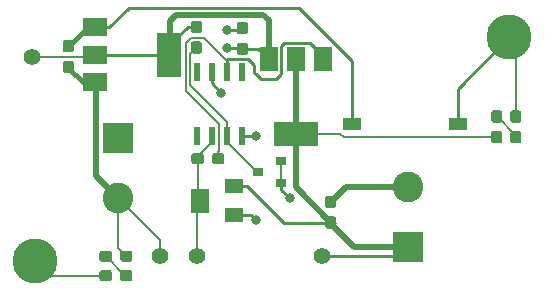
<source format=gbr>
G04 #@! TF.GenerationSoftware,KiCad,Pcbnew,5.0.2+dfsg1-1*
G04 #@! TF.CreationDate,2020-04-05T02:10:05-04:00*
G04 #@! TF.ProjectId,vreg-741,76726567-2d37-4343-912e-6b696361645f,rev?*
G04 #@! TF.SameCoordinates,Original*
G04 #@! TF.FileFunction,Copper,L1,Top*
G04 #@! TF.FilePolarity,Positive*
%FSLAX46Y46*%
G04 Gerber Fmt 4.6, Leading zero omitted, Abs format (unit mm)*
G04 Created by KiCad (PCBNEW 5.0.2+dfsg1-1) date Sun 05 Apr 2020 02:10:05 AM EDT*
%MOMM*%
%LPD*%
G01*
G04 APERTURE LIST*
G04 #@! TA.AperFunction,SMDPad,CuDef*
%ADD10R,1.500000X1.100000*%
G04 #@! TD*
G04 #@! TA.AperFunction,ComponentPad*
%ADD11C,2.600000*%
G04 #@! TD*
G04 #@! TA.AperFunction,ComponentPad*
%ADD12R,2.600000X2.600000*%
G04 #@! TD*
G04 #@! TA.AperFunction,ComponentPad*
%ADD13C,1.400000*%
G04 #@! TD*
G04 #@! TA.AperFunction,Conductor*
%ADD14C,0.100000*%
G04 #@! TD*
G04 #@! TA.AperFunction,SMDPad,CuDef*
%ADD15C,0.950000*%
G04 #@! TD*
G04 #@! TA.AperFunction,ComponentPad*
%ADD16C,3.800000*%
G04 #@! TD*
G04 #@! TA.AperFunction,SMDPad,CuDef*
%ADD17R,0.600000X1.550000*%
G04 #@! TD*
G04 #@! TA.AperFunction,SMDPad,CuDef*
%ADD18R,3.800000X2.000000*%
G04 #@! TD*
G04 #@! TA.AperFunction,SMDPad,CuDef*
%ADD19R,1.500000X2.000000*%
G04 #@! TD*
G04 #@! TA.AperFunction,SMDPad,CuDef*
%ADD20R,0.900000X0.800000*%
G04 #@! TD*
G04 #@! TA.AperFunction,SMDPad,CuDef*
%ADD21R,2.000000X3.800000*%
G04 #@! TD*
G04 #@! TA.AperFunction,SMDPad,CuDef*
%ADD22R,2.000000X1.500000*%
G04 #@! TD*
G04 #@! TA.AperFunction,SMDPad,CuDef*
%ADD23R,1.600000X1.300000*%
G04 #@! TD*
G04 #@! TA.AperFunction,SMDPad,CuDef*
%ADD24R,1.600000X2.000000*%
G04 #@! TD*
G04 #@! TA.AperFunction,ViaPad*
%ADD25C,0.800000*%
G04 #@! TD*
G04 #@! TA.AperFunction,Conductor*
%ADD26C,0.250000*%
G04 #@! TD*
G04 #@! TA.AperFunction,Conductor*
%ADD27C,1.270000*%
G04 #@! TD*
G04 #@! TA.AperFunction,Conductor*
%ADD28C,0.381000*%
G04 #@! TD*
G04 #@! TA.AperFunction,Conductor*
%ADD29C,0.254000*%
G04 #@! TD*
G04 #@! TA.AperFunction,Conductor*
%ADD30C,0.508000*%
G04 #@! TD*
G04 #@! TA.AperFunction,Conductor*
%ADD31C,0.152400*%
G04 #@! TD*
G04 APERTURE END LIST*
D10*
G04 #@! TO.P,SW1,1*
G04 #@! TO.N,GND*
X203890800Y-76860400D03*
G04 #@! TO.P,SW1,2*
G04 #@! TO.N,Net-(Q1-Pad1)*
X194990800Y-76860400D03*
G04 #@! TD*
D11*
G04 #@! TO.P,J2,2*
G04 #@! TO.N,GND*
X199694800Y-82143600D03*
D12*
G04 #@! TO.P,J2,1*
G04 #@! TO.N,LINE*
X199694800Y-87223600D03*
G04 #@! TD*
D13*
G04 #@! TO.P,VFB,1*
G04 #@! TO.N,/VFB*
X181864000Y-88011000D03*
G04 #@! TD*
D14*
G04 #@! TO.N,Net-(D1-Pad2)*
G04 #@! TO.C,D1*
G36*
X176150139Y-89188144D02*
X176173194Y-89191563D01*
X176195803Y-89197227D01*
X176217747Y-89205079D01*
X176238817Y-89215044D01*
X176258808Y-89227026D01*
X176277528Y-89240910D01*
X176294798Y-89256562D01*
X176310450Y-89273832D01*
X176324334Y-89292552D01*
X176336316Y-89312543D01*
X176346281Y-89333613D01*
X176354133Y-89355557D01*
X176359797Y-89378166D01*
X176363216Y-89401221D01*
X176364360Y-89424500D01*
X176364360Y-89899500D01*
X176363216Y-89922779D01*
X176359797Y-89945834D01*
X176354133Y-89968443D01*
X176346281Y-89990387D01*
X176336316Y-90011457D01*
X176324334Y-90031448D01*
X176310450Y-90050168D01*
X176294798Y-90067438D01*
X176277528Y-90083090D01*
X176258808Y-90096974D01*
X176238817Y-90108956D01*
X176217747Y-90118921D01*
X176195803Y-90126773D01*
X176173194Y-90132437D01*
X176150139Y-90135856D01*
X176126860Y-90137000D01*
X175551860Y-90137000D01*
X175528581Y-90135856D01*
X175505526Y-90132437D01*
X175482917Y-90126773D01*
X175460973Y-90118921D01*
X175439903Y-90108956D01*
X175419912Y-90096974D01*
X175401192Y-90083090D01*
X175383922Y-90067438D01*
X175368270Y-90050168D01*
X175354386Y-90031448D01*
X175342404Y-90011457D01*
X175332439Y-89990387D01*
X175324587Y-89968443D01*
X175318923Y-89945834D01*
X175315504Y-89922779D01*
X175314360Y-89899500D01*
X175314360Y-89424500D01*
X175315504Y-89401221D01*
X175318923Y-89378166D01*
X175324587Y-89355557D01*
X175332439Y-89333613D01*
X175342404Y-89312543D01*
X175354386Y-89292552D01*
X175368270Y-89273832D01*
X175383922Y-89256562D01*
X175401192Y-89240910D01*
X175419912Y-89227026D01*
X175439903Y-89215044D01*
X175460973Y-89205079D01*
X175482917Y-89197227D01*
X175505526Y-89191563D01*
X175528581Y-89188144D01*
X175551860Y-89187000D01*
X176126860Y-89187000D01*
X176150139Y-89188144D01*
X176150139Y-89188144D01*
G37*
D15*
G04 #@! TD*
G04 #@! TO.P,D1,2*
G04 #@! TO.N,Net-(D1-Pad2)*
X175839360Y-89662000D03*
D14*
G04 #@! TO.N,GND*
G04 #@! TO.C,D1*
G36*
X174400139Y-89188144D02*
X174423194Y-89191563D01*
X174445803Y-89197227D01*
X174467747Y-89205079D01*
X174488817Y-89215044D01*
X174508808Y-89227026D01*
X174527528Y-89240910D01*
X174544798Y-89256562D01*
X174560450Y-89273832D01*
X174574334Y-89292552D01*
X174586316Y-89312543D01*
X174596281Y-89333613D01*
X174604133Y-89355557D01*
X174609797Y-89378166D01*
X174613216Y-89401221D01*
X174614360Y-89424500D01*
X174614360Y-89899500D01*
X174613216Y-89922779D01*
X174609797Y-89945834D01*
X174604133Y-89968443D01*
X174596281Y-89990387D01*
X174586316Y-90011457D01*
X174574334Y-90031448D01*
X174560450Y-90050168D01*
X174544798Y-90067438D01*
X174527528Y-90083090D01*
X174508808Y-90096974D01*
X174488817Y-90108956D01*
X174467747Y-90118921D01*
X174445803Y-90126773D01*
X174423194Y-90132437D01*
X174400139Y-90135856D01*
X174376860Y-90137000D01*
X173801860Y-90137000D01*
X173778581Y-90135856D01*
X173755526Y-90132437D01*
X173732917Y-90126773D01*
X173710973Y-90118921D01*
X173689903Y-90108956D01*
X173669912Y-90096974D01*
X173651192Y-90083090D01*
X173633922Y-90067438D01*
X173618270Y-90050168D01*
X173604386Y-90031448D01*
X173592404Y-90011457D01*
X173582439Y-89990387D01*
X173574587Y-89968443D01*
X173568923Y-89945834D01*
X173565504Y-89922779D01*
X173564360Y-89899500D01*
X173564360Y-89424500D01*
X173565504Y-89401221D01*
X173568923Y-89378166D01*
X173574587Y-89355557D01*
X173582439Y-89333613D01*
X173592404Y-89312543D01*
X173604386Y-89292552D01*
X173618270Y-89273832D01*
X173633922Y-89256562D01*
X173651192Y-89240910D01*
X173669912Y-89227026D01*
X173689903Y-89215044D01*
X173710973Y-89205079D01*
X173732917Y-89197227D01*
X173755526Y-89191563D01*
X173778581Y-89188144D01*
X173801860Y-89187000D01*
X174376860Y-89187000D01*
X174400139Y-89188144D01*
X174400139Y-89188144D01*
G37*
D15*
G04 #@! TD*
G04 #@! TO.P,D1,1*
G04 #@! TO.N,GND*
X174089360Y-89662000D03*
D14*
G04 #@! TO.N,GND*
G04 #@! TO.C,D2*
G36*
X209086879Y-75666044D02*
X209109934Y-75669463D01*
X209132543Y-75675127D01*
X209154487Y-75682979D01*
X209175557Y-75692944D01*
X209195548Y-75704926D01*
X209214268Y-75718810D01*
X209231538Y-75734462D01*
X209247190Y-75751732D01*
X209261074Y-75770452D01*
X209273056Y-75790443D01*
X209283021Y-75811513D01*
X209290873Y-75833457D01*
X209296537Y-75856066D01*
X209299956Y-75879121D01*
X209301100Y-75902400D01*
X209301100Y-76477400D01*
X209299956Y-76500679D01*
X209296537Y-76523734D01*
X209290873Y-76546343D01*
X209283021Y-76568287D01*
X209273056Y-76589357D01*
X209261074Y-76609348D01*
X209247190Y-76628068D01*
X209231538Y-76645338D01*
X209214268Y-76660990D01*
X209195548Y-76674874D01*
X209175557Y-76686856D01*
X209154487Y-76696821D01*
X209132543Y-76704673D01*
X209109934Y-76710337D01*
X209086879Y-76713756D01*
X209063600Y-76714900D01*
X208588600Y-76714900D01*
X208565321Y-76713756D01*
X208542266Y-76710337D01*
X208519657Y-76704673D01*
X208497713Y-76696821D01*
X208476643Y-76686856D01*
X208456652Y-76674874D01*
X208437932Y-76660990D01*
X208420662Y-76645338D01*
X208405010Y-76628068D01*
X208391126Y-76609348D01*
X208379144Y-76589357D01*
X208369179Y-76568287D01*
X208361327Y-76546343D01*
X208355663Y-76523734D01*
X208352244Y-76500679D01*
X208351100Y-76477400D01*
X208351100Y-75902400D01*
X208352244Y-75879121D01*
X208355663Y-75856066D01*
X208361327Y-75833457D01*
X208369179Y-75811513D01*
X208379144Y-75790443D01*
X208391126Y-75770452D01*
X208405010Y-75751732D01*
X208420662Y-75734462D01*
X208437932Y-75718810D01*
X208456652Y-75704926D01*
X208476643Y-75692944D01*
X208497713Y-75682979D01*
X208519657Y-75675127D01*
X208542266Y-75669463D01*
X208565321Y-75666044D01*
X208588600Y-75664900D01*
X209063600Y-75664900D01*
X209086879Y-75666044D01*
X209086879Y-75666044D01*
G37*
D15*
G04 #@! TD*
G04 #@! TO.P,D2,1*
G04 #@! TO.N,GND*
X208826100Y-76189900D03*
D14*
G04 #@! TO.N,Net-(D2-Pad2)*
G04 #@! TO.C,D2*
G36*
X209086879Y-77416044D02*
X209109934Y-77419463D01*
X209132543Y-77425127D01*
X209154487Y-77432979D01*
X209175557Y-77442944D01*
X209195548Y-77454926D01*
X209214268Y-77468810D01*
X209231538Y-77484462D01*
X209247190Y-77501732D01*
X209261074Y-77520452D01*
X209273056Y-77540443D01*
X209283021Y-77561513D01*
X209290873Y-77583457D01*
X209296537Y-77606066D01*
X209299956Y-77629121D01*
X209301100Y-77652400D01*
X209301100Y-78227400D01*
X209299956Y-78250679D01*
X209296537Y-78273734D01*
X209290873Y-78296343D01*
X209283021Y-78318287D01*
X209273056Y-78339357D01*
X209261074Y-78359348D01*
X209247190Y-78378068D01*
X209231538Y-78395338D01*
X209214268Y-78410990D01*
X209195548Y-78424874D01*
X209175557Y-78436856D01*
X209154487Y-78446821D01*
X209132543Y-78454673D01*
X209109934Y-78460337D01*
X209086879Y-78463756D01*
X209063600Y-78464900D01*
X208588600Y-78464900D01*
X208565321Y-78463756D01*
X208542266Y-78460337D01*
X208519657Y-78454673D01*
X208497713Y-78446821D01*
X208476643Y-78436856D01*
X208456652Y-78424874D01*
X208437932Y-78410990D01*
X208420662Y-78395338D01*
X208405010Y-78378068D01*
X208391126Y-78359348D01*
X208379144Y-78339357D01*
X208369179Y-78318287D01*
X208361327Y-78296343D01*
X208355663Y-78273734D01*
X208352244Y-78250679D01*
X208351100Y-78227400D01*
X208351100Y-77652400D01*
X208352244Y-77629121D01*
X208355663Y-77606066D01*
X208361327Y-77583457D01*
X208369179Y-77561513D01*
X208379144Y-77540443D01*
X208391126Y-77520452D01*
X208405010Y-77501732D01*
X208420662Y-77484462D01*
X208437932Y-77468810D01*
X208456652Y-77454926D01*
X208476643Y-77442944D01*
X208497713Y-77432979D01*
X208519657Y-77425127D01*
X208542266Y-77419463D01*
X208565321Y-77416044D01*
X208588600Y-77414900D01*
X209063600Y-77414900D01*
X209086879Y-77416044D01*
X209086879Y-77416044D01*
G37*
D15*
G04 #@! TD*
G04 #@! TO.P,D2,2*
G04 #@! TO.N,Net-(D2-Pad2)*
X208826100Y-77939900D03*
D16*
G04 #@! TO.P,H2,1*
G04 #@! TO.N,GND*
X168148000Y-88392000D03*
G04 #@! TD*
G04 #@! TO.P,H3,1*
G04 #@! TO.N,GND*
X208280000Y-69469000D03*
G04 #@! TD*
D12*
G04 #@! TO.P,J1,1*
G04 #@! TO.N,GND*
X175133000Y-77978000D03*
D11*
G04 #@! TO.P,J1,2*
G04 #@! TO.N,/VIN*
X175133000Y-83058000D03*
G04 #@! TD*
D17*
G04 #@! TO.P,U1,1*
G04 #@! TO.N,Net-(U1-Pad1)*
X181820500Y-77837500D03*
G04 #@! TO.P,U1,2*
G04 #@! TO.N,/VFB*
X183090500Y-77837500D03*
G04 #@! TO.P,U1,3*
G04 #@! TO.N,/VZ*
X184360500Y-77837500D03*
G04 #@! TO.P,U1,4*
G04 #@! TO.N,GND*
X185630500Y-77837500D03*
G04 #@! TO.P,U1,5*
G04 #@! TO.N,Net-(U1-Pad5)*
X185630500Y-72437500D03*
G04 #@! TO.P,U1,6*
G04 #@! TO.N,Net-(C2-Pad1)*
X184360500Y-72437500D03*
G04 #@! TO.P,U1,7*
G04 #@! TO.N,VBUS*
X183090500Y-72437500D03*
G04 #@! TO.P,U1,8*
G04 #@! TO.N,Net-(U1-Pad8)*
X181820500Y-72437500D03*
G04 #@! TD*
D18*
G04 #@! TO.P,Q2,2*
G04 #@! TO.N,LINE*
X190182500Y-77635500D03*
D19*
X190182500Y-71335500D03*
G04 #@! TO.P,Q2,3*
G04 #@! TO.N,VBUS*
X187882500Y-71335500D03*
G04 #@! TO.P,Q2,1*
G04 #@! TO.N,Net-(C2-Pad1)*
X192482500Y-71335500D03*
G04 #@! TD*
D13*
G04 #@! TO.P,VIN,1*
G04 #@! TO.N,/VIN*
X178689000Y-88000000D03*
G04 #@! TD*
G04 #@! TO.P,VBUS,1*
G04 #@! TO.N,VBUS*
X167894000Y-71120000D03*
G04 #@! TD*
G04 #@! TO.P,LINE,1*
G04 #@! TO.N,LINE*
X192405000Y-88011000D03*
G04 #@! TD*
D20*
G04 #@! TO.P,D3,2*
G04 #@! TO.N,GND*
X188960000Y-81849000D03*
G04 #@! TO.P,D3,*
X188960000Y-79949000D03*
G04 #@! TO.P,D3,1*
G04 #@! TO.N,/VZ*
X186960000Y-80899000D03*
G04 #@! TD*
D14*
G04 #@! TO.N,GND*
G04 #@! TO.C,C1*
G36*
X193415079Y-82891044D02*
X193438134Y-82894463D01*
X193460743Y-82900127D01*
X193482687Y-82907979D01*
X193503757Y-82917944D01*
X193523748Y-82929926D01*
X193542468Y-82943810D01*
X193559738Y-82959462D01*
X193575390Y-82976732D01*
X193589274Y-82995452D01*
X193601256Y-83015443D01*
X193611221Y-83036513D01*
X193619073Y-83058457D01*
X193624737Y-83081066D01*
X193628156Y-83104121D01*
X193629300Y-83127400D01*
X193629300Y-83702400D01*
X193628156Y-83725679D01*
X193624737Y-83748734D01*
X193619073Y-83771343D01*
X193611221Y-83793287D01*
X193601256Y-83814357D01*
X193589274Y-83834348D01*
X193575390Y-83853068D01*
X193559738Y-83870338D01*
X193542468Y-83885990D01*
X193523748Y-83899874D01*
X193503757Y-83911856D01*
X193482687Y-83921821D01*
X193460743Y-83929673D01*
X193438134Y-83935337D01*
X193415079Y-83938756D01*
X193391800Y-83939900D01*
X192916800Y-83939900D01*
X192893521Y-83938756D01*
X192870466Y-83935337D01*
X192847857Y-83929673D01*
X192825913Y-83921821D01*
X192804843Y-83911856D01*
X192784852Y-83899874D01*
X192766132Y-83885990D01*
X192748862Y-83870338D01*
X192733210Y-83853068D01*
X192719326Y-83834348D01*
X192707344Y-83814357D01*
X192697379Y-83793287D01*
X192689527Y-83771343D01*
X192683863Y-83748734D01*
X192680444Y-83725679D01*
X192679300Y-83702400D01*
X192679300Y-83127400D01*
X192680444Y-83104121D01*
X192683863Y-83081066D01*
X192689527Y-83058457D01*
X192697379Y-83036513D01*
X192707344Y-83015443D01*
X192719326Y-82995452D01*
X192733210Y-82976732D01*
X192748862Y-82959462D01*
X192766132Y-82943810D01*
X192784852Y-82929926D01*
X192804843Y-82917944D01*
X192825913Y-82907979D01*
X192847857Y-82900127D01*
X192870466Y-82894463D01*
X192893521Y-82891044D01*
X192916800Y-82889900D01*
X193391800Y-82889900D01*
X193415079Y-82891044D01*
X193415079Y-82891044D01*
G37*
D15*
G04 #@! TD*
G04 #@! TO.P,C1,2*
G04 #@! TO.N,GND*
X193154300Y-83414900D03*
D14*
G04 #@! TO.N,LINE*
G04 #@! TO.C,C1*
G36*
X193415079Y-84641044D02*
X193438134Y-84644463D01*
X193460743Y-84650127D01*
X193482687Y-84657979D01*
X193503757Y-84667944D01*
X193523748Y-84679926D01*
X193542468Y-84693810D01*
X193559738Y-84709462D01*
X193575390Y-84726732D01*
X193589274Y-84745452D01*
X193601256Y-84765443D01*
X193611221Y-84786513D01*
X193619073Y-84808457D01*
X193624737Y-84831066D01*
X193628156Y-84854121D01*
X193629300Y-84877400D01*
X193629300Y-85452400D01*
X193628156Y-85475679D01*
X193624737Y-85498734D01*
X193619073Y-85521343D01*
X193611221Y-85543287D01*
X193601256Y-85564357D01*
X193589274Y-85584348D01*
X193575390Y-85603068D01*
X193559738Y-85620338D01*
X193542468Y-85635990D01*
X193523748Y-85649874D01*
X193503757Y-85661856D01*
X193482687Y-85671821D01*
X193460743Y-85679673D01*
X193438134Y-85685337D01*
X193415079Y-85688756D01*
X193391800Y-85689900D01*
X192916800Y-85689900D01*
X192893521Y-85688756D01*
X192870466Y-85685337D01*
X192847857Y-85679673D01*
X192825913Y-85671821D01*
X192804843Y-85661856D01*
X192784852Y-85649874D01*
X192766132Y-85635990D01*
X192748862Y-85620338D01*
X192733210Y-85603068D01*
X192719326Y-85584348D01*
X192707344Y-85564357D01*
X192697379Y-85543287D01*
X192689527Y-85521343D01*
X192683863Y-85498734D01*
X192680444Y-85475679D01*
X192679300Y-85452400D01*
X192679300Y-84877400D01*
X192680444Y-84854121D01*
X192683863Y-84831066D01*
X192689527Y-84808457D01*
X192697379Y-84786513D01*
X192707344Y-84765443D01*
X192719326Y-84745452D01*
X192733210Y-84726732D01*
X192748862Y-84709462D01*
X192766132Y-84693810D01*
X192784852Y-84679926D01*
X192804843Y-84667944D01*
X192825913Y-84657979D01*
X192847857Y-84650127D01*
X192870466Y-84644463D01*
X192893521Y-84641044D01*
X192916800Y-84639900D01*
X193391800Y-84639900D01*
X193415079Y-84641044D01*
X193415079Y-84641044D01*
G37*
D15*
G04 #@! TD*
G04 #@! TO.P,C1,1*
G04 #@! TO.N,LINE*
X193154300Y-85164900D03*
D14*
G04 #@! TO.N,Net-(C2-Pad1)*
G04 #@! TO.C,C2*
G36*
X183938779Y-79282144D02*
X183961834Y-79285563D01*
X183984443Y-79291227D01*
X184006387Y-79299079D01*
X184027457Y-79309044D01*
X184047448Y-79321026D01*
X184066168Y-79334910D01*
X184083438Y-79350562D01*
X184099090Y-79367832D01*
X184112974Y-79386552D01*
X184124956Y-79406543D01*
X184134921Y-79427613D01*
X184142773Y-79449557D01*
X184148437Y-79472166D01*
X184151856Y-79495221D01*
X184153000Y-79518500D01*
X184153000Y-79993500D01*
X184151856Y-80016779D01*
X184148437Y-80039834D01*
X184142773Y-80062443D01*
X184134921Y-80084387D01*
X184124956Y-80105457D01*
X184112974Y-80125448D01*
X184099090Y-80144168D01*
X184083438Y-80161438D01*
X184066168Y-80177090D01*
X184047448Y-80190974D01*
X184027457Y-80202956D01*
X184006387Y-80212921D01*
X183984443Y-80220773D01*
X183961834Y-80226437D01*
X183938779Y-80229856D01*
X183915500Y-80231000D01*
X183340500Y-80231000D01*
X183317221Y-80229856D01*
X183294166Y-80226437D01*
X183271557Y-80220773D01*
X183249613Y-80212921D01*
X183228543Y-80202956D01*
X183208552Y-80190974D01*
X183189832Y-80177090D01*
X183172562Y-80161438D01*
X183156910Y-80144168D01*
X183143026Y-80125448D01*
X183131044Y-80105457D01*
X183121079Y-80084387D01*
X183113227Y-80062443D01*
X183107563Y-80039834D01*
X183104144Y-80016779D01*
X183103000Y-79993500D01*
X183103000Y-79518500D01*
X183104144Y-79495221D01*
X183107563Y-79472166D01*
X183113227Y-79449557D01*
X183121079Y-79427613D01*
X183131044Y-79406543D01*
X183143026Y-79386552D01*
X183156910Y-79367832D01*
X183172562Y-79350562D01*
X183189832Y-79334910D01*
X183208552Y-79321026D01*
X183228543Y-79309044D01*
X183249613Y-79299079D01*
X183271557Y-79291227D01*
X183294166Y-79285563D01*
X183317221Y-79282144D01*
X183340500Y-79281000D01*
X183915500Y-79281000D01*
X183938779Y-79282144D01*
X183938779Y-79282144D01*
G37*
D15*
G04 #@! TD*
G04 #@! TO.P,C2,1*
G04 #@! TO.N,Net-(C2-Pad1)*
X183628000Y-79756000D03*
D14*
G04 #@! TO.N,/VFB*
G04 #@! TO.C,C2*
G36*
X182188779Y-79282144D02*
X182211834Y-79285563D01*
X182234443Y-79291227D01*
X182256387Y-79299079D01*
X182277457Y-79309044D01*
X182297448Y-79321026D01*
X182316168Y-79334910D01*
X182333438Y-79350562D01*
X182349090Y-79367832D01*
X182362974Y-79386552D01*
X182374956Y-79406543D01*
X182384921Y-79427613D01*
X182392773Y-79449557D01*
X182398437Y-79472166D01*
X182401856Y-79495221D01*
X182403000Y-79518500D01*
X182403000Y-79993500D01*
X182401856Y-80016779D01*
X182398437Y-80039834D01*
X182392773Y-80062443D01*
X182384921Y-80084387D01*
X182374956Y-80105457D01*
X182362974Y-80125448D01*
X182349090Y-80144168D01*
X182333438Y-80161438D01*
X182316168Y-80177090D01*
X182297448Y-80190974D01*
X182277457Y-80202956D01*
X182256387Y-80212921D01*
X182234443Y-80220773D01*
X182211834Y-80226437D01*
X182188779Y-80229856D01*
X182165500Y-80231000D01*
X181590500Y-80231000D01*
X181567221Y-80229856D01*
X181544166Y-80226437D01*
X181521557Y-80220773D01*
X181499613Y-80212921D01*
X181478543Y-80202956D01*
X181458552Y-80190974D01*
X181439832Y-80177090D01*
X181422562Y-80161438D01*
X181406910Y-80144168D01*
X181393026Y-80125448D01*
X181381044Y-80105457D01*
X181371079Y-80084387D01*
X181363227Y-80062443D01*
X181357563Y-80039834D01*
X181354144Y-80016779D01*
X181353000Y-79993500D01*
X181353000Y-79518500D01*
X181354144Y-79495221D01*
X181357563Y-79472166D01*
X181363227Y-79449557D01*
X181371079Y-79427613D01*
X181381044Y-79406543D01*
X181393026Y-79386552D01*
X181406910Y-79367832D01*
X181422562Y-79350562D01*
X181439832Y-79334910D01*
X181458552Y-79321026D01*
X181478543Y-79309044D01*
X181499613Y-79299079D01*
X181521557Y-79291227D01*
X181544166Y-79285563D01*
X181567221Y-79282144D01*
X181590500Y-79281000D01*
X182165500Y-79281000D01*
X182188779Y-79282144D01*
X182188779Y-79282144D01*
G37*
D15*
G04 #@! TD*
G04 #@! TO.P,C2,2*
G04 #@! TO.N,/VFB*
X181878000Y-79756000D03*
D14*
G04 #@! TO.N,VBUS*
G04 #@! TO.C,C3*
G36*
X185934779Y-69947144D02*
X185957834Y-69950563D01*
X185980443Y-69956227D01*
X186002387Y-69964079D01*
X186023457Y-69974044D01*
X186043448Y-69986026D01*
X186062168Y-69999910D01*
X186079438Y-70015562D01*
X186095090Y-70032832D01*
X186108974Y-70051552D01*
X186120956Y-70071543D01*
X186130921Y-70092613D01*
X186138773Y-70114557D01*
X186144437Y-70137166D01*
X186147856Y-70160221D01*
X186149000Y-70183500D01*
X186149000Y-70758500D01*
X186147856Y-70781779D01*
X186144437Y-70804834D01*
X186138773Y-70827443D01*
X186130921Y-70849387D01*
X186120956Y-70870457D01*
X186108974Y-70890448D01*
X186095090Y-70909168D01*
X186079438Y-70926438D01*
X186062168Y-70942090D01*
X186043448Y-70955974D01*
X186023457Y-70967956D01*
X186002387Y-70977921D01*
X185980443Y-70985773D01*
X185957834Y-70991437D01*
X185934779Y-70994856D01*
X185911500Y-70996000D01*
X185436500Y-70996000D01*
X185413221Y-70994856D01*
X185390166Y-70991437D01*
X185367557Y-70985773D01*
X185345613Y-70977921D01*
X185324543Y-70967956D01*
X185304552Y-70955974D01*
X185285832Y-70942090D01*
X185268562Y-70926438D01*
X185252910Y-70909168D01*
X185239026Y-70890448D01*
X185227044Y-70870457D01*
X185217079Y-70849387D01*
X185209227Y-70827443D01*
X185203563Y-70804834D01*
X185200144Y-70781779D01*
X185199000Y-70758500D01*
X185199000Y-70183500D01*
X185200144Y-70160221D01*
X185203563Y-70137166D01*
X185209227Y-70114557D01*
X185217079Y-70092613D01*
X185227044Y-70071543D01*
X185239026Y-70051552D01*
X185252910Y-70032832D01*
X185268562Y-70015562D01*
X185285832Y-69999910D01*
X185304552Y-69986026D01*
X185324543Y-69974044D01*
X185345613Y-69964079D01*
X185367557Y-69956227D01*
X185390166Y-69950563D01*
X185413221Y-69947144D01*
X185436500Y-69946000D01*
X185911500Y-69946000D01*
X185934779Y-69947144D01*
X185934779Y-69947144D01*
G37*
D15*
G04 #@! TD*
G04 #@! TO.P,C3,1*
G04 #@! TO.N,VBUS*
X185674000Y-70471000D03*
D14*
G04 #@! TO.N,GND*
G04 #@! TO.C,C3*
G36*
X185934779Y-68197144D02*
X185957834Y-68200563D01*
X185980443Y-68206227D01*
X186002387Y-68214079D01*
X186023457Y-68224044D01*
X186043448Y-68236026D01*
X186062168Y-68249910D01*
X186079438Y-68265562D01*
X186095090Y-68282832D01*
X186108974Y-68301552D01*
X186120956Y-68321543D01*
X186130921Y-68342613D01*
X186138773Y-68364557D01*
X186144437Y-68387166D01*
X186147856Y-68410221D01*
X186149000Y-68433500D01*
X186149000Y-69008500D01*
X186147856Y-69031779D01*
X186144437Y-69054834D01*
X186138773Y-69077443D01*
X186130921Y-69099387D01*
X186120956Y-69120457D01*
X186108974Y-69140448D01*
X186095090Y-69159168D01*
X186079438Y-69176438D01*
X186062168Y-69192090D01*
X186043448Y-69205974D01*
X186023457Y-69217956D01*
X186002387Y-69227921D01*
X185980443Y-69235773D01*
X185957834Y-69241437D01*
X185934779Y-69244856D01*
X185911500Y-69246000D01*
X185436500Y-69246000D01*
X185413221Y-69244856D01*
X185390166Y-69241437D01*
X185367557Y-69235773D01*
X185345613Y-69227921D01*
X185324543Y-69217956D01*
X185304552Y-69205974D01*
X185285832Y-69192090D01*
X185268562Y-69176438D01*
X185252910Y-69159168D01*
X185239026Y-69140448D01*
X185227044Y-69120457D01*
X185217079Y-69099387D01*
X185209227Y-69077443D01*
X185203563Y-69054834D01*
X185200144Y-69031779D01*
X185199000Y-69008500D01*
X185199000Y-68433500D01*
X185200144Y-68410221D01*
X185203563Y-68387166D01*
X185209227Y-68364557D01*
X185217079Y-68342613D01*
X185227044Y-68321543D01*
X185239026Y-68301552D01*
X185252910Y-68282832D01*
X185268562Y-68265562D01*
X185285832Y-68249910D01*
X185304552Y-68236026D01*
X185324543Y-68224044D01*
X185345613Y-68214079D01*
X185367557Y-68206227D01*
X185390166Y-68200563D01*
X185413221Y-68197144D01*
X185436500Y-68196000D01*
X185911500Y-68196000D01*
X185934779Y-68197144D01*
X185934779Y-68197144D01*
G37*
D15*
G04 #@! TD*
G04 #@! TO.P,C3,2*
G04 #@! TO.N,GND*
X185674000Y-68721000D03*
D14*
G04 #@! TO.N,/VIN*
G04 #@! TO.C,R1*
G36*
X176150139Y-87535933D02*
X176173194Y-87539352D01*
X176195803Y-87545016D01*
X176217747Y-87552868D01*
X176238817Y-87562833D01*
X176258808Y-87574815D01*
X176277528Y-87588699D01*
X176294798Y-87604351D01*
X176310450Y-87621621D01*
X176324334Y-87640341D01*
X176336316Y-87660332D01*
X176346281Y-87681402D01*
X176354133Y-87703346D01*
X176359797Y-87725955D01*
X176363216Y-87749010D01*
X176364360Y-87772289D01*
X176364360Y-88247289D01*
X176363216Y-88270568D01*
X176359797Y-88293623D01*
X176354133Y-88316232D01*
X176346281Y-88338176D01*
X176336316Y-88359246D01*
X176324334Y-88379237D01*
X176310450Y-88397957D01*
X176294798Y-88415227D01*
X176277528Y-88430879D01*
X176258808Y-88444763D01*
X176238817Y-88456745D01*
X176217747Y-88466710D01*
X176195803Y-88474562D01*
X176173194Y-88480226D01*
X176150139Y-88483645D01*
X176126860Y-88484789D01*
X175551860Y-88484789D01*
X175528581Y-88483645D01*
X175505526Y-88480226D01*
X175482917Y-88474562D01*
X175460973Y-88466710D01*
X175439903Y-88456745D01*
X175419912Y-88444763D01*
X175401192Y-88430879D01*
X175383922Y-88415227D01*
X175368270Y-88397957D01*
X175354386Y-88379237D01*
X175342404Y-88359246D01*
X175332439Y-88338176D01*
X175324587Y-88316232D01*
X175318923Y-88293623D01*
X175315504Y-88270568D01*
X175314360Y-88247289D01*
X175314360Y-87772289D01*
X175315504Y-87749010D01*
X175318923Y-87725955D01*
X175324587Y-87703346D01*
X175332439Y-87681402D01*
X175342404Y-87660332D01*
X175354386Y-87640341D01*
X175368270Y-87621621D01*
X175383922Y-87604351D01*
X175401192Y-87588699D01*
X175419912Y-87574815D01*
X175439903Y-87562833D01*
X175460973Y-87552868D01*
X175482917Y-87545016D01*
X175505526Y-87539352D01*
X175528581Y-87535933D01*
X175551860Y-87534789D01*
X176126860Y-87534789D01*
X176150139Y-87535933D01*
X176150139Y-87535933D01*
G37*
D15*
G04 #@! TD*
G04 #@! TO.P,R1,1*
G04 #@! TO.N,/VIN*
X175839360Y-88009789D03*
D14*
G04 #@! TO.N,Net-(D1-Pad2)*
G04 #@! TO.C,R1*
G36*
X174400139Y-87535933D02*
X174423194Y-87539352D01*
X174445803Y-87545016D01*
X174467747Y-87552868D01*
X174488817Y-87562833D01*
X174508808Y-87574815D01*
X174527528Y-87588699D01*
X174544798Y-87604351D01*
X174560450Y-87621621D01*
X174574334Y-87640341D01*
X174586316Y-87660332D01*
X174596281Y-87681402D01*
X174604133Y-87703346D01*
X174609797Y-87725955D01*
X174613216Y-87749010D01*
X174614360Y-87772289D01*
X174614360Y-88247289D01*
X174613216Y-88270568D01*
X174609797Y-88293623D01*
X174604133Y-88316232D01*
X174596281Y-88338176D01*
X174586316Y-88359246D01*
X174574334Y-88379237D01*
X174560450Y-88397957D01*
X174544798Y-88415227D01*
X174527528Y-88430879D01*
X174508808Y-88444763D01*
X174488817Y-88456745D01*
X174467747Y-88466710D01*
X174445803Y-88474562D01*
X174423194Y-88480226D01*
X174400139Y-88483645D01*
X174376860Y-88484789D01*
X173801860Y-88484789D01*
X173778581Y-88483645D01*
X173755526Y-88480226D01*
X173732917Y-88474562D01*
X173710973Y-88466710D01*
X173689903Y-88456745D01*
X173669912Y-88444763D01*
X173651192Y-88430879D01*
X173633922Y-88415227D01*
X173618270Y-88397957D01*
X173604386Y-88379237D01*
X173592404Y-88359246D01*
X173582439Y-88338176D01*
X173574587Y-88316232D01*
X173568923Y-88293623D01*
X173565504Y-88270568D01*
X173564360Y-88247289D01*
X173564360Y-87772289D01*
X173565504Y-87749010D01*
X173568923Y-87725955D01*
X173574587Y-87703346D01*
X173582439Y-87681402D01*
X173592404Y-87660332D01*
X173604386Y-87640341D01*
X173618270Y-87621621D01*
X173633922Y-87604351D01*
X173651192Y-87588699D01*
X173669912Y-87574815D01*
X173689903Y-87562833D01*
X173710973Y-87552868D01*
X173732917Y-87545016D01*
X173755526Y-87539352D01*
X173778581Y-87535933D01*
X173801860Y-87534789D01*
X174376860Y-87534789D01*
X174400139Y-87535933D01*
X174400139Y-87535933D01*
G37*
D15*
G04 #@! TD*
G04 #@! TO.P,R1,2*
G04 #@! TO.N,Net-(D1-Pad2)*
X174089360Y-88009789D03*
D14*
G04 #@! TO.N,Net-(D2-Pad2)*
G04 #@! TO.C,R2*
G36*
X207461279Y-75664744D02*
X207484334Y-75668163D01*
X207506943Y-75673827D01*
X207528887Y-75681679D01*
X207549957Y-75691644D01*
X207569948Y-75703626D01*
X207588668Y-75717510D01*
X207605938Y-75733162D01*
X207621590Y-75750432D01*
X207635474Y-75769152D01*
X207647456Y-75789143D01*
X207657421Y-75810213D01*
X207665273Y-75832157D01*
X207670937Y-75854766D01*
X207674356Y-75877821D01*
X207675500Y-75901100D01*
X207675500Y-76476100D01*
X207674356Y-76499379D01*
X207670937Y-76522434D01*
X207665273Y-76545043D01*
X207657421Y-76566987D01*
X207647456Y-76588057D01*
X207635474Y-76608048D01*
X207621590Y-76626768D01*
X207605938Y-76644038D01*
X207588668Y-76659690D01*
X207569948Y-76673574D01*
X207549957Y-76685556D01*
X207528887Y-76695521D01*
X207506943Y-76703373D01*
X207484334Y-76709037D01*
X207461279Y-76712456D01*
X207438000Y-76713600D01*
X206963000Y-76713600D01*
X206939721Y-76712456D01*
X206916666Y-76709037D01*
X206894057Y-76703373D01*
X206872113Y-76695521D01*
X206851043Y-76685556D01*
X206831052Y-76673574D01*
X206812332Y-76659690D01*
X206795062Y-76644038D01*
X206779410Y-76626768D01*
X206765526Y-76608048D01*
X206753544Y-76588057D01*
X206743579Y-76566987D01*
X206735727Y-76545043D01*
X206730063Y-76522434D01*
X206726644Y-76499379D01*
X206725500Y-76476100D01*
X206725500Y-75901100D01*
X206726644Y-75877821D01*
X206730063Y-75854766D01*
X206735727Y-75832157D01*
X206743579Y-75810213D01*
X206753544Y-75789143D01*
X206765526Y-75769152D01*
X206779410Y-75750432D01*
X206795062Y-75733162D01*
X206812332Y-75717510D01*
X206831052Y-75703626D01*
X206851043Y-75691644D01*
X206872113Y-75681679D01*
X206894057Y-75673827D01*
X206916666Y-75668163D01*
X206939721Y-75664744D01*
X206963000Y-75663600D01*
X207438000Y-75663600D01*
X207461279Y-75664744D01*
X207461279Y-75664744D01*
G37*
D15*
G04 #@! TD*
G04 #@! TO.P,R2,2*
G04 #@! TO.N,Net-(D2-Pad2)*
X207200500Y-76188600D03*
D14*
G04 #@! TO.N,LINE*
G04 #@! TO.C,R2*
G36*
X207461279Y-77414744D02*
X207484334Y-77418163D01*
X207506943Y-77423827D01*
X207528887Y-77431679D01*
X207549957Y-77441644D01*
X207569948Y-77453626D01*
X207588668Y-77467510D01*
X207605938Y-77483162D01*
X207621590Y-77500432D01*
X207635474Y-77519152D01*
X207647456Y-77539143D01*
X207657421Y-77560213D01*
X207665273Y-77582157D01*
X207670937Y-77604766D01*
X207674356Y-77627821D01*
X207675500Y-77651100D01*
X207675500Y-78226100D01*
X207674356Y-78249379D01*
X207670937Y-78272434D01*
X207665273Y-78295043D01*
X207657421Y-78316987D01*
X207647456Y-78338057D01*
X207635474Y-78358048D01*
X207621590Y-78376768D01*
X207605938Y-78394038D01*
X207588668Y-78409690D01*
X207569948Y-78423574D01*
X207549957Y-78435556D01*
X207528887Y-78445521D01*
X207506943Y-78453373D01*
X207484334Y-78459037D01*
X207461279Y-78462456D01*
X207438000Y-78463600D01*
X206963000Y-78463600D01*
X206939721Y-78462456D01*
X206916666Y-78459037D01*
X206894057Y-78453373D01*
X206872113Y-78445521D01*
X206851043Y-78435556D01*
X206831052Y-78423574D01*
X206812332Y-78409690D01*
X206795062Y-78394038D01*
X206779410Y-78376768D01*
X206765526Y-78358048D01*
X206753544Y-78338057D01*
X206743579Y-78316987D01*
X206735727Y-78295043D01*
X206730063Y-78272434D01*
X206726644Y-78249379D01*
X206725500Y-78226100D01*
X206725500Y-77651100D01*
X206726644Y-77627821D01*
X206730063Y-77604766D01*
X206735727Y-77582157D01*
X206743579Y-77560213D01*
X206753544Y-77539143D01*
X206765526Y-77519152D01*
X206779410Y-77500432D01*
X206795062Y-77483162D01*
X206812332Y-77467510D01*
X206831052Y-77453626D01*
X206851043Y-77441644D01*
X206872113Y-77431679D01*
X206894057Y-77423827D01*
X206916666Y-77418163D01*
X206939721Y-77414744D01*
X206963000Y-77413600D01*
X207438000Y-77413600D01*
X207461279Y-77414744D01*
X207461279Y-77414744D01*
G37*
D15*
G04 #@! TD*
G04 #@! TO.P,R2,1*
G04 #@! TO.N,LINE*
X207200500Y-77938600D03*
D14*
G04 #@! TO.N,/VZ*
G04 #@! TO.C,R3*
G36*
X182037779Y-69820144D02*
X182060834Y-69823563D01*
X182083443Y-69829227D01*
X182105387Y-69837079D01*
X182126457Y-69847044D01*
X182146448Y-69859026D01*
X182165168Y-69872910D01*
X182182438Y-69888562D01*
X182198090Y-69905832D01*
X182211974Y-69924552D01*
X182223956Y-69944543D01*
X182233921Y-69965613D01*
X182241773Y-69987557D01*
X182247437Y-70010166D01*
X182250856Y-70033221D01*
X182252000Y-70056500D01*
X182252000Y-70631500D01*
X182250856Y-70654779D01*
X182247437Y-70677834D01*
X182241773Y-70700443D01*
X182233921Y-70722387D01*
X182223956Y-70743457D01*
X182211974Y-70763448D01*
X182198090Y-70782168D01*
X182182438Y-70799438D01*
X182165168Y-70815090D01*
X182146448Y-70828974D01*
X182126457Y-70840956D01*
X182105387Y-70850921D01*
X182083443Y-70858773D01*
X182060834Y-70864437D01*
X182037779Y-70867856D01*
X182014500Y-70869000D01*
X181539500Y-70869000D01*
X181516221Y-70867856D01*
X181493166Y-70864437D01*
X181470557Y-70858773D01*
X181448613Y-70850921D01*
X181427543Y-70840956D01*
X181407552Y-70828974D01*
X181388832Y-70815090D01*
X181371562Y-70799438D01*
X181355910Y-70782168D01*
X181342026Y-70763448D01*
X181330044Y-70743457D01*
X181320079Y-70722387D01*
X181312227Y-70700443D01*
X181306563Y-70677834D01*
X181303144Y-70654779D01*
X181302000Y-70631500D01*
X181302000Y-70056500D01*
X181303144Y-70033221D01*
X181306563Y-70010166D01*
X181312227Y-69987557D01*
X181320079Y-69965613D01*
X181330044Y-69944543D01*
X181342026Y-69924552D01*
X181355910Y-69905832D01*
X181371562Y-69888562D01*
X181388832Y-69872910D01*
X181407552Y-69859026D01*
X181427543Y-69847044D01*
X181448613Y-69837079D01*
X181470557Y-69829227D01*
X181493166Y-69823563D01*
X181516221Y-69820144D01*
X181539500Y-69819000D01*
X182014500Y-69819000D01*
X182037779Y-69820144D01*
X182037779Y-69820144D01*
G37*
D15*
G04 #@! TD*
G04 #@! TO.P,R3,2*
G04 #@! TO.N,/VZ*
X181777000Y-70344000D03*
D14*
G04 #@! TO.N,VBUS*
G04 #@! TO.C,R3*
G36*
X182037779Y-68070144D02*
X182060834Y-68073563D01*
X182083443Y-68079227D01*
X182105387Y-68087079D01*
X182126457Y-68097044D01*
X182146448Y-68109026D01*
X182165168Y-68122910D01*
X182182438Y-68138562D01*
X182198090Y-68155832D01*
X182211974Y-68174552D01*
X182223956Y-68194543D01*
X182233921Y-68215613D01*
X182241773Y-68237557D01*
X182247437Y-68260166D01*
X182250856Y-68283221D01*
X182252000Y-68306500D01*
X182252000Y-68881500D01*
X182250856Y-68904779D01*
X182247437Y-68927834D01*
X182241773Y-68950443D01*
X182233921Y-68972387D01*
X182223956Y-68993457D01*
X182211974Y-69013448D01*
X182198090Y-69032168D01*
X182182438Y-69049438D01*
X182165168Y-69065090D01*
X182146448Y-69078974D01*
X182126457Y-69090956D01*
X182105387Y-69100921D01*
X182083443Y-69108773D01*
X182060834Y-69114437D01*
X182037779Y-69117856D01*
X182014500Y-69119000D01*
X181539500Y-69119000D01*
X181516221Y-69117856D01*
X181493166Y-69114437D01*
X181470557Y-69108773D01*
X181448613Y-69100921D01*
X181427543Y-69090956D01*
X181407552Y-69078974D01*
X181388832Y-69065090D01*
X181371562Y-69049438D01*
X181355910Y-69032168D01*
X181342026Y-69013448D01*
X181330044Y-68993457D01*
X181320079Y-68972387D01*
X181312227Y-68950443D01*
X181306563Y-68927834D01*
X181303144Y-68904779D01*
X181302000Y-68881500D01*
X181302000Y-68306500D01*
X181303144Y-68283221D01*
X181306563Y-68260166D01*
X181312227Y-68237557D01*
X181320079Y-68215613D01*
X181330044Y-68194543D01*
X181342026Y-68174552D01*
X181355910Y-68155832D01*
X181371562Y-68138562D01*
X181388832Y-68122910D01*
X181407552Y-68109026D01*
X181427543Y-68097044D01*
X181448613Y-68087079D01*
X181470557Y-68079227D01*
X181493166Y-68073563D01*
X181516221Y-68070144D01*
X181539500Y-68069000D01*
X182014500Y-68069000D01*
X182037779Y-68070144D01*
X182037779Y-68070144D01*
G37*
D15*
G04 #@! TD*
G04 #@! TO.P,R3,1*
G04 #@! TO.N,VBUS*
X181777000Y-68594000D03*
D21*
G04 #@! TO.P,Q1,2*
G04 #@! TO.N,VBUS*
X179464500Y-70943500D03*
D22*
X173164500Y-70943500D03*
G04 #@! TO.P,Q1,3*
G04 #@! TO.N,/VIN*
X173164500Y-73243500D03*
G04 #@! TO.P,Q1,1*
G04 #@! TO.N,Net-(Q1-Pad1)*
X173164500Y-68643500D03*
G04 #@! TD*
D23*
G04 #@! TO.P,RV1,1*
G04 #@! TO.N,GND*
X184990400Y-84551600D03*
D24*
G04 #@! TO.P,RV1,2*
G04 #@! TO.N,/VFB*
X182090400Y-83301600D03*
D23*
G04 #@! TO.P,RV1,3*
G04 #@! TO.N,LINE*
X184990400Y-82051600D03*
G04 #@! TD*
D14*
G04 #@! TO.N,/VIN*
G04 #@! TO.C,R4*
G36*
X171202779Y-71471144D02*
X171225834Y-71474563D01*
X171248443Y-71480227D01*
X171270387Y-71488079D01*
X171291457Y-71498044D01*
X171311448Y-71510026D01*
X171330168Y-71523910D01*
X171347438Y-71539562D01*
X171363090Y-71556832D01*
X171376974Y-71575552D01*
X171388956Y-71595543D01*
X171398921Y-71616613D01*
X171406773Y-71638557D01*
X171412437Y-71661166D01*
X171415856Y-71684221D01*
X171417000Y-71707500D01*
X171417000Y-72282500D01*
X171415856Y-72305779D01*
X171412437Y-72328834D01*
X171406773Y-72351443D01*
X171398921Y-72373387D01*
X171388956Y-72394457D01*
X171376974Y-72414448D01*
X171363090Y-72433168D01*
X171347438Y-72450438D01*
X171330168Y-72466090D01*
X171311448Y-72479974D01*
X171291457Y-72491956D01*
X171270387Y-72501921D01*
X171248443Y-72509773D01*
X171225834Y-72515437D01*
X171202779Y-72518856D01*
X171179500Y-72520000D01*
X170704500Y-72520000D01*
X170681221Y-72518856D01*
X170658166Y-72515437D01*
X170635557Y-72509773D01*
X170613613Y-72501921D01*
X170592543Y-72491956D01*
X170572552Y-72479974D01*
X170553832Y-72466090D01*
X170536562Y-72450438D01*
X170520910Y-72433168D01*
X170507026Y-72414448D01*
X170495044Y-72394457D01*
X170485079Y-72373387D01*
X170477227Y-72351443D01*
X170471563Y-72328834D01*
X170468144Y-72305779D01*
X170467000Y-72282500D01*
X170467000Y-71707500D01*
X170468144Y-71684221D01*
X170471563Y-71661166D01*
X170477227Y-71638557D01*
X170485079Y-71616613D01*
X170495044Y-71595543D01*
X170507026Y-71575552D01*
X170520910Y-71556832D01*
X170536562Y-71539562D01*
X170553832Y-71523910D01*
X170572552Y-71510026D01*
X170592543Y-71498044D01*
X170613613Y-71488079D01*
X170635557Y-71480227D01*
X170658166Y-71474563D01*
X170681221Y-71471144D01*
X170704500Y-71470000D01*
X171179500Y-71470000D01*
X171202779Y-71471144D01*
X171202779Y-71471144D01*
G37*
D15*
G04 #@! TD*
G04 #@! TO.P,R4,1*
G04 #@! TO.N,/VIN*
X170942000Y-71995000D03*
D14*
G04 #@! TO.N,Net-(Q1-Pad1)*
G04 #@! TO.C,R4*
G36*
X171202779Y-69721144D02*
X171225834Y-69724563D01*
X171248443Y-69730227D01*
X171270387Y-69738079D01*
X171291457Y-69748044D01*
X171311448Y-69760026D01*
X171330168Y-69773910D01*
X171347438Y-69789562D01*
X171363090Y-69806832D01*
X171376974Y-69825552D01*
X171388956Y-69845543D01*
X171398921Y-69866613D01*
X171406773Y-69888557D01*
X171412437Y-69911166D01*
X171415856Y-69934221D01*
X171417000Y-69957500D01*
X171417000Y-70532500D01*
X171415856Y-70555779D01*
X171412437Y-70578834D01*
X171406773Y-70601443D01*
X171398921Y-70623387D01*
X171388956Y-70644457D01*
X171376974Y-70664448D01*
X171363090Y-70683168D01*
X171347438Y-70700438D01*
X171330168Y-70716090D01*
X171311448Y-70729974D01*
X171291457Y-70741956D01*
X171270387Y-70751921D01*
X171248443Y-70759773D01*
X171225834Y-70765437D01*
X171202779Y-70768856D01*
X171179500Y-70770000D01*
X170704500Y-70770000D01*
X170681221Y-70768856D01*
X170658166Y-70765437D01*
X170635557Y-70759773D01*
X170613613Y-70751921D01*
X170592543Y-70741956D01*
X170572552Y-70729974D01*
X170553832Y-70716090D01*
X170536562Y-70700438D01*
X170520910Y-70683168D01*
X170507026Y-70664448D01*
X170495044Y-70644457D01*
X170485079Y-70623387D01*
X170477227Y-70601443D01*
X170471563Y-70578834D01*
X170468144Y-70555779D01*
X170467000Y-70532500D01*
X170467000Y-69957500D01*
X170468144Y-69934221D01*
X170471563Y-69911166D01*
X170477227Y-69888557D01*
X170485079Y-69866613D01*
X170495044Y-69845543D01*
X170507026Y-69825552D01*
X170520910Y-69806832D01*
X170536562Y-69789562D01*
X170553832Y-69773910D01*
X170572552Y-69760026D01*
X170592543Y-69748044D01*
X170613613Y-69738079D01*
X170635557Y-69730227D01*
X170658166Y-69724563D01*
X170681221Y-69721144D01*
X170704500Y-69720000D01*
X171179500Y-69720000D01*
X171202779Y-69721144D01*
X171202779Y-69721144D01*
G37*
D15*
G04 #@! TD*
G04 #@! TO.P,R4,2*
G04 #@! TO.N,Net-(Q1-Pad1)*
X170942000Y-70245000D03*
D25*
G04 #@! TO.N,VBUS*
X183896000Y-74168000D03*
X184404000Y-70358000D03*
G04 #@! TO.N,GND*
X184404000Y-68834000D03*
X186817000Y-77851000D03*
X186817000Y-84963000D03*
X189674500Y-83121500D03*
G04 #@! TD*
D26*
G04 #@! TO.N,VBUS*
X173278400Y-70967600D02*
X179578400Y-70967600D01*
D27*
X179578400Y-70967600D02*
X179578400Y-71867600D01*
D28*
X179578400Y-70967600D02*
X179578400Y-70792600D01*
D29*
X181052000Y-68594000D02*
X181202000Y-68594000D01*
X181202000Y-68594000D02*
X181777000Y-68594000D01*
X179578400Y-70067600D02*
X181052000Y-68594000D01*
X179578400Y-70967600D02*
X179578400Y-70067600D01*
D30*
X179578400Y-70067600D02*
X179578000Y-70067200D01*
X179578000Y-70067200D02*
X179578000Y-69596000D01*
D29*
X187895200Y-71335500D02*
X187895200Y-71085500D01*
X183090500Y-71962500D02*
X183090500Y-72437500D01*
X187895200Y-71335500D02*
X187895200Y-70081500D01*
X187030700Y-70471000D02*
X187895200Y-71335500D01*
X185674000Y-70471000D02*
X187030700Y-70471000D01*
D30*
X179578400Y-68071600D02*
X179578400Y-70967600D01*
X187452000Y-67564000D02*
X180086000Y-67564000D01*
X180086000Y-67564000D02*
X179578400Y-68071600D01*
X187882500Y-67994500D02*
X187882500Y-71335500D01*
X187452000Y-67564000D02*
X187882500Y-67994500D01*
D31*
X172988000Y-71120000D02*
X173164500Y-70943500D01*
X167894000Y-71120000D02*
X172988000Y-71120000D01*
D26*
X183090500Y-72437500D02*
X183090500Y-73362500D01*
X183090500Y-73362500D02*
X183896000Y-74168000D01*
X185561000Y-70358000D02*
X185674000Y-70471000D01*
X184404000Y-70358000D02*
X185561000Y-70358000D01*
D31*
G04 #@! TO.N,GND*
X188960000Y-80501400D02*
X188960000Y-81849000D01*
D29*
X185630500Y-77837500D02*
X186803500Y-77837500D01*
X186803500Y-77837500D02*
X186817000Y-77851000D01*
D31*
X184975500Y-84566500D02*
X184990400Y-84551600D01*
D29*
X186405600Y-84551600D02*
X186817000Y-84963000D01*
X184990400Y-84551600D02*
X186405600Y-84551600D01*
X188960000Y-81849000D02*
X188960000Y-82407000D01*
X188960000Y-82407000D02*
X189674500Y-83121500D01*
D30*
X194425600Y-82143600D02*
X193154300Y-83414900D01*
X199694800Y-82143600D02*
X194425600Y-82143600D01*
D29*
X208280000Y-69594700D02*
X208280000Y-69469000D01*
X203890800Y-73858200D02*
X208280000Y-69469000D01*
X203890800Y-76860400D02*
X203890800Y-73858200D01*
D31*
X169418000Y-89662000D02*
X168148000Y-88392000D01*
X174089360Y-89662000D02*
X169418000Y-89662000D01*
X208788000Y-69977000D02*
X208280000Y-69469000D01*
X208826100Y-70015100D02*
X208280000Y-69469000D01*
X208826100Y-76189900D02*
X208826100Y-70015100D01*
D26*
X185561000Y-68834000D02*
X185674000Y-68721000D01*
X184404000Y-68834000D02*
X185561000Y-68834000D01*
D31*
X188960000Y-79949000D02*
X188960000Y-80501400D01*
G04 #@! TO.N,LINE*
X190195200Y-71335500D02*
X190195200Y-72487900D01*
D30*
X195086000Y-87223600D02*
X193090800Y-85228400D01*
X199694800Y-87223600D02*
X195086000Y-87223600D01*
D31*
X193023800Y-85228400D02*
X193598800Y-85228400D01*
X190195200Y-71335500D02*
X190195200Y-71585500D01*
D30*
X190182500Y-82193100D02*
X193154300Y-85164900D01*
X190182500Y-77635500D02*
X190182500Y-82193100D01*
D29*
X185140400Y-82051600D02*
X184990400Y-82051600D01*
X192579300Y-85164900D02*
X193154300Y-85164900D01*
X189157700Y-85164900D02*
X192579300Y-85164900D01*
X186044400Y-82051600D02*
X189157700Y-85164900D01*
X184990400Y-82051600D02*
X186044400Y-82051600D01*
D30*
X190182500Y-77635500D02*
X190182500Y-71335500D01*
D29*
X190182500Y-77635500D02*
X191082500Y-77635500D01*
X198907400Y-88011000D02*
X199694800Y-87223600D01*
X192659000Y-88011000D02*
X198907400Y-88011000D01*
X190182500Y-71335500D02*
X190182500Y-71585500D01*
D31*
X206625500Y-77938600D02*
X207200500Y-77938600D01*
X194266078Y-77938600D02*
X206625500Y-77938600D01*
X193962978Y-77635500D02*
X194266078Y-77938600D01*
X190182500Y-77635500D02*
X193962978Y-77635500D01*
G04 #@! TO.N,/VFB*
X181814500Y-83025700D02*
X182090400Y-83301600D01*
X181878000Y-83089200D02*
X182090400Y-83301600D01*
X181878000Y-79756000D02*
X181878000Y-83089200D01*
D29*
X182090400Y-87856400D02*
X182245000Y-88011000D01*
D31*
X181864000Y-83528000D02*
X182090400Y-83301600D01*
X181864000Y-88011000D02*
X181864000Y-83528000D01*
X181878000Y-79525000D02*
X181878000Y-79756000D01*
X183090500Y-78312500D02*
X181878000Y-79525000D01*
X183090500Y-77837500D02*
X183090500Y-78312500D01*
G04 #@! TO.N,Net-(D1-Pad2)*
X175741571Y-89662000D02*
X175839360Y-89662000D01*
X174089360Y-88009789D02*
X175741571Y-89662000D01*
G04 #@! TO.N,Net-(D2-Pad2)*
X208826100Y-77814200D02*
X208826100Y-77939900D01*
X207200500Y-76188600D02*
X208826100Y-77814200D01*
G04 #@! TO.N,/VZ*
X184360500Y-77837500D02*
X184360500Y-78312500D01*
X186910000Y-80899000D02*
X186960000Y-80899000D01*
X184360500Y-78349500D02*
X186910000Y-80899000D01*
X184360500Y-77837500D02*
X184360500Y-78349500D01*
X184360500Y-77362500D02*
X184360500Y-77837500D01*
X184360500Y-77362500D02*
X184404000Y-77319000D01*
X184360500Y-76613700D02*
X184360500Y-77837500D01*
X181241099Y-73494299D02*
X184360500Y-76613700D01*
X181777000Y-70344000D02*
X181241099Y-70879901D01*
X181241099Y-70879901D02*
X181241099Y-73494299D01*
D26*
G04 #@! TO.N,/VIN*
X173278400Y-73267600D02*
X173528400Y-73267600D01*
D30*
X173278400Y-81203400D02*
X175133000Y-83058000D01*
X173278400Y-73267600D02*
X173278400Y-81203400D01*
D31*
X175966360Y-83891360D02*
X175133000Y-83058000D01*
D28*
X172139700Y-73243500D02*
X170942000Y-72045800D01*
X173164500Y-73243500D02*
X172139700Y-73243500D01*
D31*
X178689000Y-86614000D02*
X178689000Y-88000000D01*
X175133000Y-83058000D02*
X178689000Y-86614000D01*
X175133000Y-87303429D02*
X175839360Y-88009789D01*
X175133000Y-83058000D02*
X175133000Y-87303429D01*
D29*
G04 #@! TO.N,Net-(C2-Pad1)*
X188975401Y-70210937D02*
X188975401Y-72599661D01*
X189181039Y-70005299D02*
X188975401Y-70210937D01*
X191414999Y-70005299D02*
X189181039Y-70005299D01*
X192495200Y-71085500D02*
X191414999Y-70005299D01*
X192495200Y-71335500D02*
X192495200Y-71085500D01*
X187240338Y-73025000D02*
X188550062Y-73025000D01*
X186814999Y-72599661D02*
X187240338Y-73025000D01*
X184360500Y-72437500D02*
X184360500Y-71962500D01*
X188975401Y-72599661D02*
X188550062Y-73025000D01*
D31*
X182389990Y-69539590D02*
X184360500Y-71510100D01*
X181325386Y-69539590D02*
X182389990Y-69539590D01*
X180857801Y-70007175D02*
X181325386Y-69539590D01*
X180857801Y-74025401D02*
X180857801Y-70007175D01*
X183628000Y-79181000D02*
X183669901Y-79139099D01*
X184360500Y-71510100D02*
X184360500Y-72437500D01*
X183669901Y-76838979D02*
X183411922Y-76581000D01*
X183669901Y-79139099D02*
X183669901Y-76838979D01*
X183628000Y-79756000D02*
X183628000Y-79181000D01*
X183411922Y-76581000D02*
X183411922Y-76579522D01*
X183411922Y-76579522D02*
X180857801Y-74025401D01*
D26*
X186182972Y-71324210D02*
X186690000Y-71831238D01*
X184448790Y-71324210D02*
X186182972Y-71324210D01*
X184360500Y-72437500D02*
X184360500Y-71412500D01*
X184360500Y-71412500D02*
X184448790Y-71324210D01*
X186805899Y-72599661D02*
X186814999Y-72599661D01*
X186690000Y-72483762D02*
X186805899Y-72599661D01*
X186690000Y-71831238D02*
X186690000Y-72483762D01*
D29*
G04 #@! TO.N,Net-(Q1-Pad1)*
X173123400Y-68822600D02*
X173278400Y-68667600D01*
D28*
X172594300Y-68643500D02*
X173164500Y-68643500D01*
X170942000Y-70295800D02*
X172594300Y-68643500D01*
D29*
X174418500Y-68643500D02*
X173164500Y-68643500D01*
X176082210Y-66979790D02*
X174418500Y-68643500D01*
X190471152Y-66979790D02*
X190119000Y-66979790D01*
X194990800Y-71499438D02*
X190471152Y-66979790D01*
X194990800Y-76860400D02*
X194990800Y-71499438D01*
X190119000Y-66979790D02*
X176082210Y-66979790D01*
G04 #@! TD*
M02*

</source>
